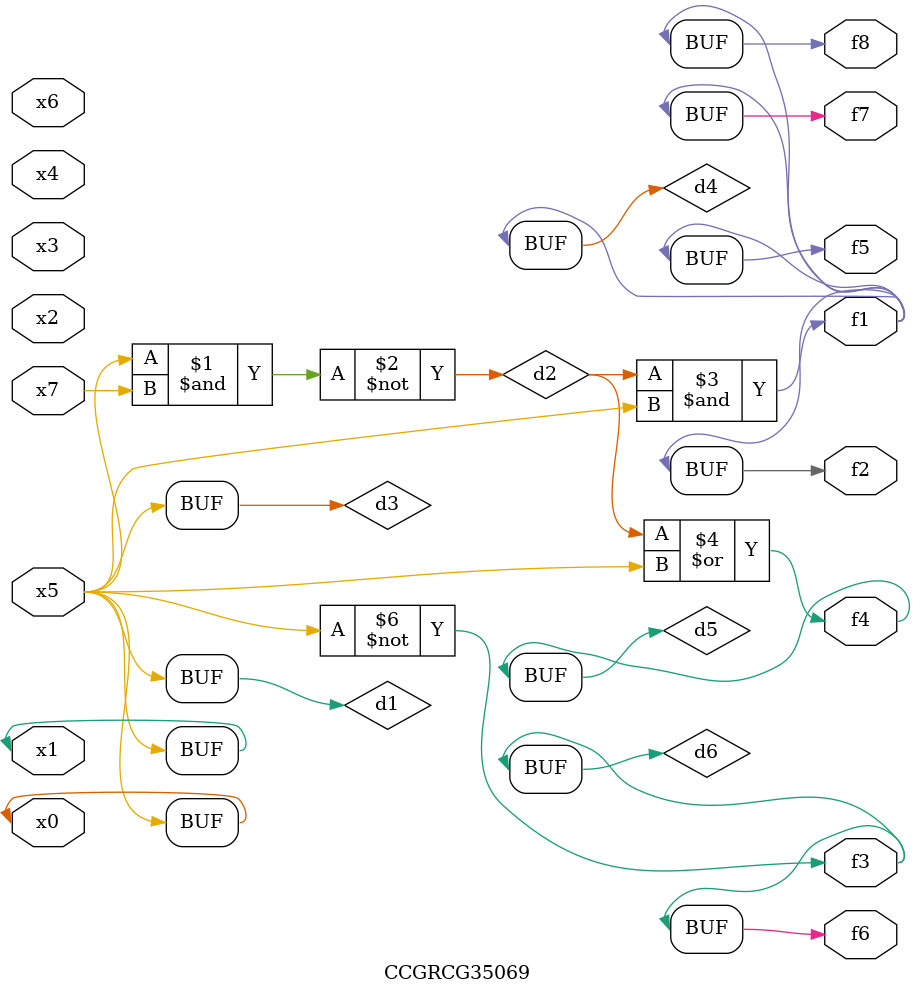
<source format=v>
module CCGRCG35069(
	input x0, x1, x2, x3, x4, x5, x6, x7,
	output f1, f2, f3, f4, f5, f6, f7, f8
);

	wire d1, d2, d3, d4, d5, d6;

	buf (d1, x0, x5);
	nand (d2, x5, x7);
	buf (d3, x0, x1);
	and (d4, d2, d3);
	or (d5, d2, d3);
	nor (d6, d1, d3);
	assign f1 = d4;
	assign f2 = d4;
	assign f3 = d6;
	assign f4 = d5;
	assign f5 = d4;
	assign f6 = d6;
	assign f7 = d4;
	assign f8 = d4;
endmodule

</source>
